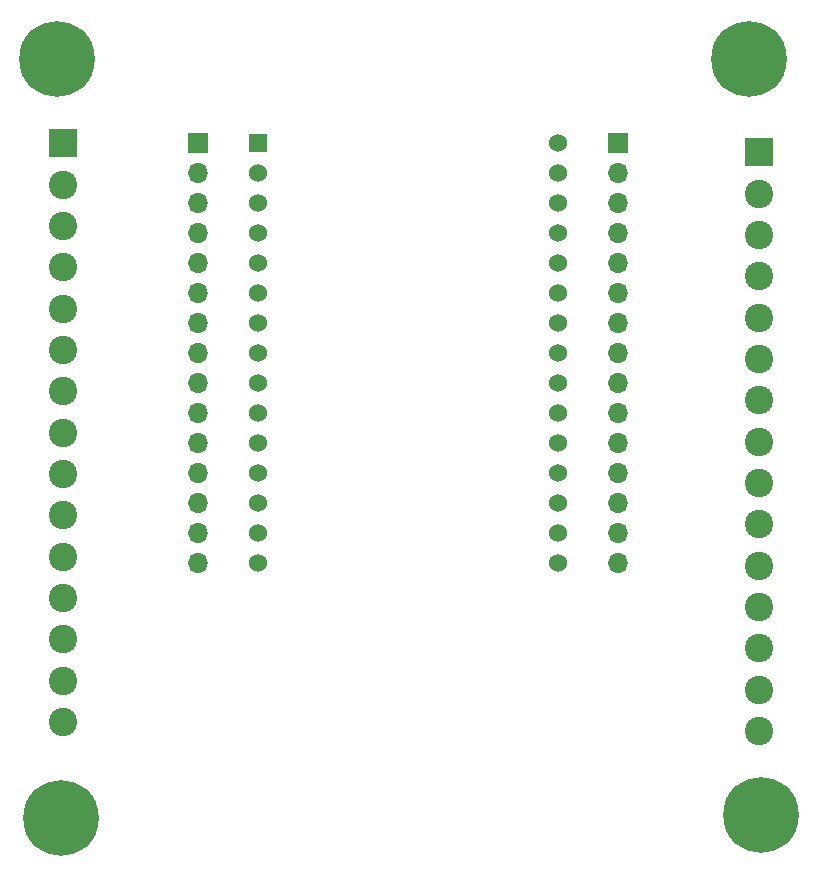
<source format=gts>
%TF.GenerationSoftware,KiCad,Pcbnew,7.0.10-7.0.10~ubuntu22.04.1*%
%TF.CreationDate,2024-02-12T01:23:16+01:00*%
%TF.ProjectId,screw_terminal_breakout_board_esp32,73637265-775f-4746-9572-6d696e616c5f,rev?*%
%TF.SameCoordinates,Original*%
%TF.FileFunction,Soldermask,Top*%
%TF.FilePolarity,Negative*%
%FSLAX46Y46*%
G04 Gerber Fmt 4.6, Leading zero omitted, Abs format (unit mm)*
G04 Created by KiCad (PCBNEW 7.0.10-7.0.10~ubuntu22.04.1) date 2024-02-12 01:23:16*
%MOMM*%
%LPD*%
G01*
G04 APERTURE LIST*
%ADD10C,0.800000*%
%ADD11C,6.400000*%
%ADD12R,1.524000X1.524000*%
%ADD13C,1.524000*%
%ADD14C,2.400000*%
%ADD15R,2.400000X2.400000*%
%ADD16R,1.700000X1.700000*%
%ADD17O,1.700000X1.700000*%
G04 APERTURE END LIST*
D10*
%TO.C,H4*%
X110080000Y-57680000D03*
X111777056Y-61777056D03*
X111777056Y-58382944D03*
X112480000Y-60080000D03*
D11*
X110080000Y-60080000D03*
D10*
X110080000Y-62480000D03*
X108382944Y-58382944D03*
X108382944Y-61777056D03*
X107680000Y-60080000D03*
%TD*%
%TO.C,H3*%
X168680000Y-57680000D03*
X170377056Y-61777056D03*
X170377056Y-58382944D03*
X171080000Y-60080000D03*
D11*
X168680000Y-60080000D03*
D10*
X168680000Y-62480000D03*
X166982944Y-58382944D03*
X166982944Y-61777056D03*
X166280000Y-60080000D03*
%TD*%
%TO.C,H2*%
X110382944Y-121982944D03*
X112080000Y-126080000D03*
X112080000Y-122685888D03*
X112782944Y-124382944D03*
D11*
X110382944Y-124382944D03*
D10*
X110382944Y-126782944D03*
X108685888Y-122685888D03*
X108685888Y-126080000D03*
X107982944Y-124382944D03*
%TD*%
%TO.C,H1*%
X169680000Y-121680000D03*
X171377056Y-125777056D03*
X171377056Y-122382944D03*
X172080000Y-124080000D03*
D11*
X169680000Y-124080000D03*
D10*
X169680000Y-126480000D03*
X167982944Y-122382944D03*
X167982944Y-125777056D03*
X167280000Y-124080000D03*
%TD*%
D12*
%TO.C,U1*%
X127060000Y-67220000D03*
D13*
X127060000Y-69760000D03*
X127060000Y-72300000D03*
X127060000Y-74840000D03*
X127060000Y-77380000D03*
X127060000Y-79920000D03*
X127060000Y-82460000D03*
X127060000Y-85000000D03*
X127060000Y-87540000D03*
X127060000Y-90080000D03*
X127060000Y-92620000D03*
X127060000Y-95160000D03*
X127060000Y-97700000D03*
X127060000Y-100240000D03*
X127060000Y-102780000D03*
X152460000Y-102780000D03*
X152460000Y-100240000D03*
X152460000Y-97700000D03*
X152460000Y-95160000D03*
X152460000Y-92620000D03*
X152460000Y-90080000D03*
X152460000Y-87540000D03*
X152460000Y-85000000D03*
X152460000Y-82460000D03*
X152460000Y-79920000D03*
X152460000Y-77380000D03*
X152460000Y-74840000D03*
X152460000Y-72300000D03*
X152460000Y-69760000D03*
X152460000Y-67220000D03*
%TD*%
D14*
%TO.C,J1*%
X110550000Y-116220000D03*
X110550000Y-112720000D03*
X110550000Y-109220000D03*
X110550000Y-105720000D03*
X110550000Y-102220000D03*
X110550000Y-98720000D03*
X110550000Y-95220000D03*
X110550000Y-91720000D03*
X110550000Y-88220000D03*
X110550000Y-84720000D03*
X110550000Y-81220000D03*
X110550000Y-77720000D03*
X110550000Y-74220000D03*
X110550000Y-70720000D03*
D15*
X110550000Y-67220000D03*
%TD*%
%TO.C,J2*%
X169478000Y-67982000D03*
D14*
X169478000Y-71482000D03*
X169478000Y-74982000D03*
X169478000Y-78482000D03*
X169478000Y-81982000D03*
X169478000Y-85482000D03*
X169478000Y-88982000D03*
X169478000Y-92482000D03*
X169478000Y-95982000D03*
X169478000Y-99482000D03*
X169478000Y-102982000D03*
X169478000Y-106482000D03*
X169478000Y-109982000D03*
X169478000Y-113482000D03*
X169478000Y-116982000D03*
%TD*%
D16*
%TO.C,J4*%
X157540000Y-67220000D03*
D17*
X157540000Y-69760000D03*
X157540000Y-72300000D03*
X157540000Y-74840000D03*
X157540000Y-77380000D03*
X157540000Y-79920000D03*
X157540000Y-82460000D03*
X157540000Y-85000000D03*
X157540000Y-87540000D03*
X157540000Y-90080000D03*
X157540000Y-92620000D03*
X157540000Y-95160000D03*
X157540000Y-97700000D03*
X157540000Y-100240000D03*
X157540000Y-102780000D03*
%TD*%
D16*
%TO.C,J3*%
X121980000Y-67220000D03*
D17*
X121980000Y-69760000D03*
X121980000Y-72300000D03*
X121980000Y-74840000D03*
X121980000Y-77380000D03*
X121980000Y-79920000D03*
X121980000Y-82460000D03*
X121980000Y-85000000D03*
X121980000Y-87540000D03*
X121980000Y-90080000D03*
X121980000Y-92620000D03*
X121980000Y-95160000D03*
X121980000Y-97700000D03*
X121980000Y-100240000D03*
X121980000Y-102780000D03*
%TD*%
M02*

</source>
